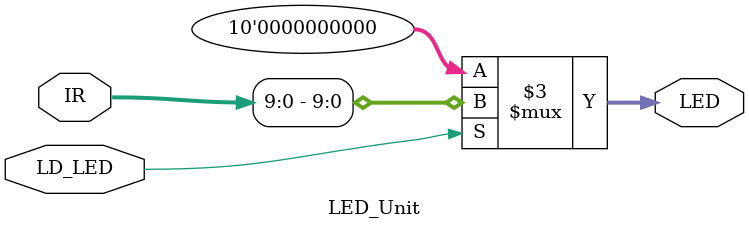
<source format=sv>
module LED_Unit	( 	input LD_LED,
							input [15:0] IR,
							output logic [9:0] LED);
	
	always_comb begin
		if (LD_LED)
			LED = IR[9:0];
		else
			LED = 10'h000;
	end
endmodule

</source>
